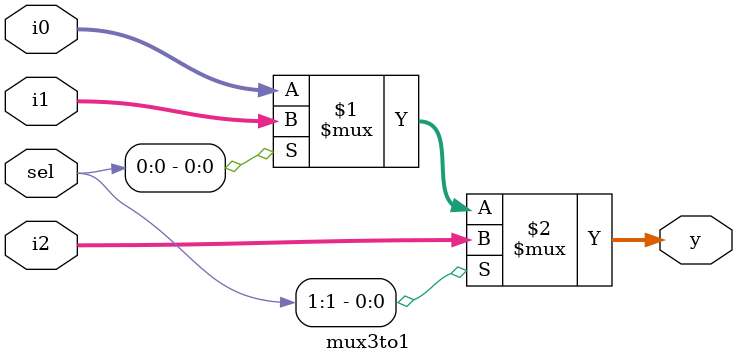
<source format=v>
module mux2to1 #(parameter n=32)(i0,i1,sel,y);
    input [n-1:0] i0,i1;
    input sel;
    output [n-1:0] y;
    assign y = sel ? i1 : i0;
endmodule

module mux3to1 #(parameter n=32)(i0,i1,i2,sel,y);
    input [n-1:0] i0,i1,i2;
    input [1:0] sel;
    output [n-1:0] y;
    assign y = sel[1] ? i2 : (sel[0] ? i1 : i0);
endmodule

</source>
